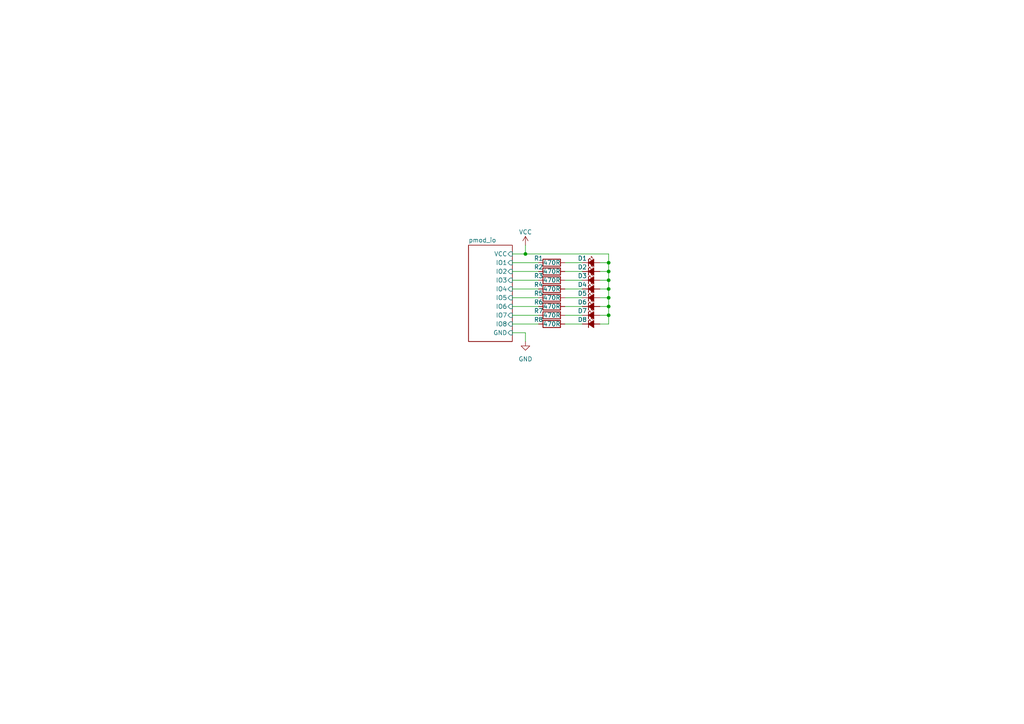
<source format=kicad_sch>
(kicad_sch (version 20230121) (generator eeschema)
  (paper "A4")
  (lib_symbols
    (symbol "Device:LED_Small_Filled" (pin_numbers hide) (pin_names (offset 0.254) hide)
      (property "Reference" "D" (at -1.27 3.175 0))
      (property "Value" "LED_Small_Filled" (at -4.445 -2.54 0))
      (symbol "LED_Small_Filled_0_1"
        (polyline (pts (xy -0.762 -1.016) (xy -0.762 1.016)) (stroke (width 0.254)))
        (polyline (pts (xy 1.016 0) (xy -0.762 0)))
        (polyline (pts (xy 0.762 -1.016) (xy -0.762 0) (xy 0.762 1.016) (xy 0.762 -1.016)) (stroke (width 0.254)) (fill (type outline)))
        (polyline (pts (xy 0 0.762) (xy -0.508 1.27) (xy -0.254 1.27) (xy -0.508 1.27) (xy -0.508 1.016)))
        (polyline (pts (xy 0.508 1.27) (xy 0 1.778) (xy 0.254 1.778) (xy 0 1.778) (xy 0 1.524)))
      )
      (symbol "LED_Small_Filled_1_1"
        (pin passive line (at -2.54 0 0) (length 1.778) (name "K") (number "1"))
        (pin passive line (at 2.54 0 180) (length 1.778) (name "A") (number "2"))
      )
    )
    (symbol "Device:R" (pin_numbers hide) (pin_names (offset 0))
      (property "Reference" "R" (at 2.032 0 90))
      (property "Value" "R" (at 0 0 90))
      (symbol "R_0_1"
        (rectangle (start -1.016 -2.54) (end 1.016 2.54) (stroke (width 0.254)))
      )
      (symbol "R_1_1"
        (pin passive line (at 0 3.81 270) (length 1.27) (name "~") (number "1"))
        (pin passive line (at 0 -3.81 90) (length 1.27) (name "~") (number "2"))
      )
    )
    (symbol "power:GND" (power) (pin_names (offset 0))
      (property "Value" "GND" (at 0 -3.81 0))
      (symbol "GND_0_1"
        (polyline (pts (xy 0 0) (xy 0 -1.27) (xy 1.27 -1.27) (xy 0 -2.54) (xy -1.27 -1.27) (xy 0 -1.27)))
      )
      (symbol "GND_1_1"
        (pin power_in line (at 0 0 270) (length 0) hide (name "GND") (number "1"))
      )
    )
    (symbol "power:VCC" (power) (pin_names (offset 0))
      (property "Value" "VCC" (at 0 3.81 0))
      (symbol "VCC_0_1"
        (polyline (pts (xy -0.762 1.27) (xy 0 2.54)))
        (polyline (pts (xy 0 0) (xy 0 2.54)))
        (polyline (pts (xy 0 2.54) (xy 0.762 1.27)))
      )
      (symbol "VCC_1_1"
        (pin power_in line (at 0 0 90) (length 0) hide (name "VCC") (number "1"))
      )
    )
  )
  (junction (at 176.53 76.2))
  (junction (at 152.4 73.66))
  (junction (at 176.53 88.9))
  (junction (at 176.53 86.36))
  (junction (at 176.53 83.82))
  (junction (at 176.53 81.28))
  (junction (at 176.53 78.74))
  (junction (at 176.53 91.44))
  (wire (pts (xy 163.83 81.28) (xy 168.91 81.28)))
  (wire (pts (xy 152.4 73.66) (xy 148.59 73.66)))
  (wire (pts (xy 152.4 71.12) (xy 152.4 73.66)))
  (wire (pts (xy 148.59 81.28) (xy 156.21 81.28)))
  (wire (pts (xy 163.83 76.2) (xy 168.91 76.2)))
  (wire (pts (xy 173.99 86.36) (xy 176.53 86.36)))
  (wire (pts (xy 176.53 73.66) (xy 152.4 73.66)))
  (wire (pts (xy 148.59 83.82) (xy 156.21 83.82)))
  (wire (pts (xy 148.59 76.2) (xy 156.21 76.2)))
  (wire (pts (xy 173.99 81.28) (xy 176.53 81.28)))
  (wire (pts (xy 173.99 93.98) (xy 176.53 93.98)))
  (wire (pts (xy 176.53 76.2) (xy 176.53 73.66)))
  (wire (pts (xy 176.53 78.74) (xy 176.53 76.2)))
  (wire (pts (xy 148.59 93.98) (xy 156.21 93.98)))
  (wire (pts (xy 176.53 91.44) (xy 176.53 88.9)))
  (wire (pts (xy 176.53 88.9) (xy 176.53 86.36)))
  (wire (pts (xy 173.99 91.44) (xy 176.53 91.44)))
  (wire (pts (xy 176.53 83.82) (xy 176.53 81.28)))
  (wire (pts (xy 163.83 88.9) (xy 168.91 88.9)))
  (wire (pts (xy 173.99 83.82) (xy 176.53 83.82)))
  (wire (pts (xy 173.99 76.2) (xy 176.53 76.2)))
  (wire (pts (xy 176.53 93.98) (xy 176.53 91.44)))
  (wire (pts (xy 148.59 88.9) (xy 156.21 88.9)))
  (wire (pts (xy 163.83 78.74) (xy 168.91 78.74)))
  (wire (pts (xy 163.83 91.44) (xy 168.91 91.44)))
  (wire (pts (xy 173.99 88.9) (xy 176.53 88.9)))
  (wire (pts (xy 148.59 78.74) (xy 156.21 78.74)))
  (wire (pts (xy 163.83 93.98) (xy 168.91 93.98)))
  (wire (pts (xy 176.53 86.36) (xy 176.53 83.82)))
  (wire (pts (xy 173.99 78.74) (xy 176.53 78.74)))
  (wire (pts (xy 148.59 86.36) (xy 156.21 86.36)))
  (wire (pts (xy 152.4 99.06) (xy 152.4 96.52)))
  (wire (pts (xy 163.83 86.36) (xy 168.91 86.36)))
  (wire (pts (xy 148.59 91.44) (xy 156.21 91.44)))
  (wire (pts (xy 176.53 81.28) (xy 176.53 78.74)))
  (wire (pts (xy 163.83 83.82) (xy 168.91 83.82)))
  (wire (pts (xy 152.4 96.52) (xy 148.59 96.52)))
  (symbol (lib_id "Device:R") (at 160.02 78.74 90) (unit 1)
    (property "Reference" "R2" (at 156.21 77.47 90))
    (property "Value" "470R" (at 160.02 78.74 90))
    (property "Footprint" "Resistor_SMD:R_0603_1608Metric" (effects hide))
  )
  (symbol (lib_id "Device:R") (at 160.02 81.28 90) (unit 1)
    (property "Reference" "R3" (at 156.21 80.01 90))
    (property "Value" "470R" (at 160.02 81.28 90))
    (property "Footprint" "Resistor_SMD:R_0603_1608Metric" (effects hide))
  )
  (symbol (lib_id "Device:R") (at 160.02 83.82 90) (unit 1)
    (property "Reference" "R4" (at 156.21 82.55 90))
    (property "Value" "470R" (at 160.02 83.82 90))
    (property "Footprint" "Resistor_SMD:R_0603_1608Metric" (effects hide))
  )
  (symbol (lib_id "Device:LED_Small_Filled") (at 171.45 83.82 0) (unit 1)
    (property "Reference" "D4" (at 168.91 82.55 0))
    (property "Value" "LED_Small_Filled" (effects hide))
    (property "Footprint" "LED_SMD:LED_0603_1608Metric" (effects hide))
  )
  (symbol (lib_id "Device:R") (at 160.02 91.44 90) (unit 1)
    (property "Reference" "R7" (at 156.21 90.17 90))
    (property "Value" "470R" (at 160.02 91.44 90))
    (property "Footprint" "Resistor_SMD:R_0603_1608Metric" (effects hide))
  )
  (symbol (lib_id "Device:LED_Small_Filled") (at 171.45 76.2 0) (unit 1)
    (property "Reference" "D1" (at 168.91 74.93 0))
    (property "Value" "LED_Small_Filled" (effects hide))
    (property "Footprint" "LED_SMD:LED_0603_1608Metric" (effects hide))
  )
  (symbol (lib_id "Device:R") (at 160.02 88.9 90) (unit 1)
    (property "Reference" "R6" (at 156.21 87.63 90))
    (property "Value" "470R" (at 160.02 88.9 90))
    (property "Footprint" "Resistor_SMD:R_0603_1608Metric" (effects hide))
  )
  (symbol (lib_id "Device:LED_Small_Filled") (at 171.45 81.28 0) (unit 1)
    (property "Reference" "D3" (at 168.91 80.01 0))
    (property "Value" "LED_Small_Filled" (effects hide))
    (property "Footprint" "LED_SMD:LED_0603_1608Metric" (effects hide))
  )
  (symbol (lib_id "Device:R") (at 160.02 93.98 90) (unit 1)
    (property "Reference" "R8" (at 156.21 92.71 90))
    (property "Value" "470R" (at 160.02 93.98 90))
    (property "Footprint" "Resistor_SMD:R_0603_1608Metric" (effects hide))
  )
  (symbol (lib_id "Device:R") (at 160.02 86.36 90) (unit 1)
    (property "Reference" "R5" (at 156.21 85.09 90))
    (property "Value" "470R" (at 160.02 86.36 90))
    (property "Footprint" "Resistor_SMD:R_0603_1608Metric" (effects hide))
  )
  (symbol (lib_id "power:GND") (at 152.4 99.06 0) (unit 1)
    (property "Reference" "#PWR02" (effects hide))
    (property "Value" "GND" (at 152.4 104.14 0))
  )
  (symbol (lib_id "Device:LED_Small_Filled") (at 171.45 78.74 0) (unit 1)
    (property "Reference" "D2" (at 168.91 77.47 0))
    (property "Value" "LED_Small_Filled" (effects hide))
    (property "Footprint" "LED_SMD:LED_0603_1608Metric" (effects hide))
  )
  (symbol (lib_id "Device:LED_Small_Filled") (at 171.45 91.44 0) (unit 1)
    (property "Reference" "D7" (at 168.91 90.17 0))
    (property "Value" "LED_Small_Filled" (effects hide))
    (property "Footprint" "LED_SMD:LED_0603_1608Metric" (effects hide))
  )
  (symbol (lib_id "Device:R") (at 160.02 76.2 90) (unit 1)
    (property "Reference" "R1" (at 156.21 74.93 90))
    (property "Value" "470R" (at 160.02 76.2 90))
    (property "Footprint" "Resistor_SMD:R_0603_1608Metric" (effects hide))
  )
  (symbol (lib_id "Device:LED_Small_Filled") (at 171.45 88.9 0) (unit 1)
    (property "Reference" "D6" (at 168.91 87.63 0))
    (property "Value" "LED_Small_Filled" (effects hide))
    (property "Footprint" "LED_SMD:LED_0603_1608Metric" (effects hide))
  )
  (symbol (lib_id "power:VCC") (at 152.4 71.12 0) (unit 1)
    (property "Reference" "#PWR01" (effects hide))
    (property "Value" "VCC" (at 152.4 67.31 0))
  )
  (symbol (lib_id "Device:LED_Small_Filled") (at 171.45 86.36 0) (unit 1)
    (property "Reference" "D5" (at 168.91 85.09 0))
    (property "Value" "LED_Small_Filled" (effects hide))
    (property "Footprint" "LED_SMD:LED_0603_1608Metric" (effects hide))
  )
  (symbol (lib_id "Device:LED_Small_Filled") (at 171.45 93.98 0) (unit 1)
    (property "Reference" "D8" (at 168.91 92.71 0))
    (property "Value" "LED_Small_Filled" (effects hide))
    (property "Footprint" "LED_SMD:LED_0603_1608Metric" (effects hide))
  )
  (sheet (at 135.89 71.12) (size 12.7 27.94) (stroke (width 0.1524))
    (property "Sheetname" "pmod_io" (at 135.89 70.4084 0) (effects (justify left bottom)))
    (property "Sheetfile" "C:/Users/tbz/OneDrive/doc/kicad_schematic/pmod_io.kicad_sch" (effects hide))
    (pin "IO8" input (at 148.59 93.98 0))
    (pin "IO5" input (at 148.59 86.36 0))
    (pin "VCC" input (at 148.59 73.66 0))
    (pin "GND" input (at 148.59 96.52 0))
    (pin "IO6" input (at 148.59 88.9 0))
    (pin "IO7" input (at 148.59 91.44 0))
    (pin "IO3" input (at 148.59 81.28 0))
    (pin "IO4" input (at 148.59 83.82 0))
    (pin "IO2" input (at 148.59 78.74 0))
    (pin "IO1" input (at 148.59 76.2 0))
  )
)
</source>
